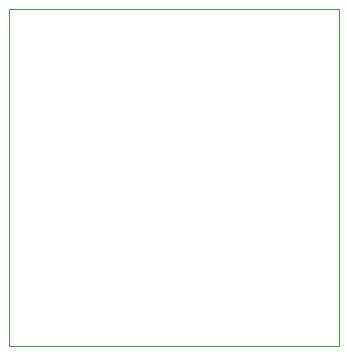
<source format=gm1>
%TF.GenerationSoftware,KiCad,Pcbnew,8.0.5*%
%TF.CreationDate,2024-10-04T14:56:02-07:00*%
%TF.ProjectId,TempSensorPCB,54656d70-5365-46e7-936f-725043422e6b,v01*%
%TF.SameCoordinates,Original*%
%TF.FileFunction,Profile,NP*%
%FSLAX46Y46*%
G04 Gerber Fmt 4.6, Leading zero omitted, Abs format (unit mm)*
G04 Created by KiCad (PCBNEW 8.0.5) date 2024-10-04 14:56:02*
%MOMM*%
%LPD*%
G01*
G04 APERTURE LIST*
%TA.AperFunction,Profile*%
%ADD10C,0.050000*%
%TD*%
G04 APERTURE END LIST*
D10*
X127000000Y-127000000D02*
X154940000Y-127000000D01*
X154940000Y-155575000D01*
X127000000Y-155575000D01*
X127000000Y-127000000D01*
M02*

</source>
